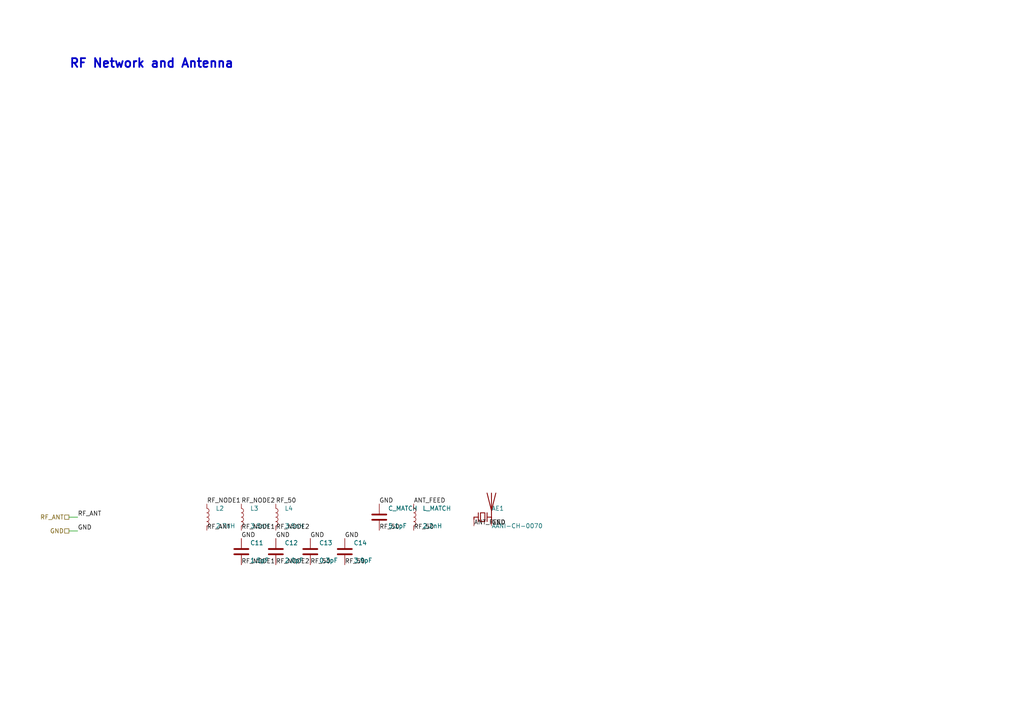
<source format=kicad_sch>
(kicad_sch (version 20250114) (generator "eeschema") (generator_version "9.0")
  (paper "A4")
  (lib_symbols
    (symbol "Connector_Generic:Conn_01x01" (pin_names (offset 1.016) (hide yes))
      (property "Reference" "J" (at 0 2.54 0))
      (property "Value" "Conn_01x01" (at 0 -2.54 0))
      (symbol "Conn_01x01_1_1"
        (rectangle (start -1.27 1.27) (end 1.27 -1.27) (stroke (width 0.254)) (fill (type background)))
        (rectangle (start -1.27 0.127) (end 0 -0.127) (stroke (width 0.1524)))
        (pin passive line (at -5.08 0 0) (length 3.81) (name "Pin_1") (number "1"))
      )
    )
    (symbol "Connector_Generic:Conn_01x03" (pin_names (offset 1.016) (hide yes))
      (property "Reference" "J" (at 0 5.08 0))
      (property "Value" "Conn_01x03" (at 0 -5.08 0))
      (symbol "Conn_01x03_1_1"
        (rectangle (start -1.27 3.81) (end 1.27 -3.81) (stroke (width 0.254)) (fill (type background)))
        (rectangle (start -1.27 2.667) (end 0 2.413) (stroke (width 0.1524)))
        (rectangle (start -1.27 0.127) (end 0 -0.127) (stroke (width 0.1524)))
        (rectangle (start -1.27 -2.413) (end 0 -2.667) (stroke (width 0.1524)))
        (pin passive line (at -5.08 2.54 0) (length 3.81) (name "Pin_1") (number "1"))
        (pin passive line (at -5.08 0 0) (length 3.81) (name "Pin_2") (number "2"))
        (pin passive line (at -5.08 -2.54 0) (length 3.81) (name "Pin_3") (number "3"))
      )
    )
    (symbol "Connector_Generic:Conn_01x05" (pin_names (offset 1.016) (hide yes))
      (property "Reference" "J" (at 0 7.62 0))
      (property "Value" "Conn_01x05" (at 0 -7.62 0))
      (symbol "Conn_01x05_1_1"
        (rectangle (start -1.27 6.35) (end 1.27 -6.35) (stroke (width 0.254)) (fill (type background)))
        (rectangle (start -1.27 5.207) (end 0 4.953) (stroke (width 0.1524)))
        (rectangle (start -1.27 2.667) (end 0 2.413) (stroke (width 0.1524)))
        (rectangle (start -1.27 0.127) (end 0 -0.127) (stroke (width 0.1524)))
        (rectangle (start -1.27 -2.413) (end 0 -2.667) (stroke (width 0.1524)))
        (rectangle (start -1.27 -4.953) (end 0 -5.207) (stroke (width 0.1524)))
        (pin passive line (at -5.08 5.08 0) (length 3.81) (name "Pin_1") (number "1"))
        (pin passive line (at -5.08 2.54 0) (length 3.81) (name "Pin_2") (number "2"))
        (pin passive line (at -5.08 0 0) (length 3.81) (name "Pin_3") (number "3"))
        (pin passive line (at -5.08 -2.54 0) (length 3.81) (name "Pin_4") (number "4"))
        (pin passive line (at -5.08 -5.08 0) (length 3.81) (name "Pin_5") (number "5"))
      )
    )
    (symbol "Device:Antenna_Chip" (pin_numbers (hide yes)) (pin_names (offset 1.016) (hide yes))
      (property "Reference" "AE" (at 0 5.08 0))
      (property "Value" "Antenna_Chip" (at 0 3.175 0))
      (symbol "Antenna_Chip_0_1"
        (polyline (pts (xy -2.54 0) (xy -2.54 -0.635)) (stroke (width 0.254)))
        (polyline (pts (xy -2.54 0) (xy -1.27 0)) (stroke (width 0.254)))
        (polyline (pts (xy -1.27 1.27) (xy -1.27 -1.27) (xy -1.27 0)) (stroke (width 0.254)))
        (polyline (pts (xy -0.635 1.27) (xy 0.635 1.27) (xy 0.635 -1.27) (xy -0.635 -1.27) (xy -0.635 1.27)) (stroke (width 0.254)))
        (polyline (pts (xy 1.27 1.27) (xy 1.27 -1.27)) (stroke (width 0.254)))
        (polyline (pts (xy 1.27 0) (xy 2.54 0)) (stroke (width 0.254)))
        (polyline (pts (xy 2.54 6.985) (xy 2.54 -1.905)) (stroke (width 0.254)))
        (polyline (pts (xy 2.54 -0.635) (xy 2.54 0)))
        (polyline (pts (xy 3.81 6.985) (xy 2.54 1.905) (xy 1.27 6.985)) (stroke (width 0.254)))
      )
      (symbol "Antenna_Chip_1_1"
        (pin input line (at -2.54 -2.54 90) (length 2.54) (name "FEED") (number "1"))
        (pin passive line (at 2.54 -2.54 90) (length 2.54) (name "PCB_Trace") (number "2"))
      )
    )
    (symbol "Device:C" (pin_numbers (hide yes)) (pin_names (offset 0.254))
      (property "Reference" "C" (at 0.635 2.54 0))
      (property "Value" "C" (at 0.635 -2.54 0))
      (symbol "C_0_1"
        (polyline (pts (xy -2.032 0.762) (xy 2.032 0.762)) (stroke (width 0.508)))
        (polyline (pts (xy -2.032 -0.762) (xy 2.032 -0.762)) (stroke (width 0.508)))
      )
      (symbol "C_1_1"
        (pin passive line (at 0 3.81 270) (length 2.794) (name "~") (number "1"))
        (pin passive line (at 0 -3.81 90) (length 2.794) (name "~") (number "2"))
      )
    )
    (symbol "Device:Crystal" (pin_numbers (hide yes)) (pin_names (offset 1.016) (hide yes))
      (property "Reference" "Y" (at 0 3.81 0))
      (property "Value" "Crystal" (at 0 -3.81 0))
      (symbol "Crystal_0_1"
        (polyline (pts (xy -2.54 0) (xy -1.905 0)))
        (polyline (pts (xy -1.905 -1.27) (xy -1.905 1.27)) (stroke (width 0.508)))
        (rectangle (start -1.143 2.54) (end 1.143 -2.54) (stroke (width 0.3048)))
        (polyline (pts (xy 1.905 -1.27) (xy 1.905 1.27)) (stroke (width 0.508)))
        (polyline (pts (xy 2.54 0) (xy 1.905 0)))
      )
      (symbol "Crystal_1_1"
        (pin passive line (at -3.81 0 0) (length 1.27) (name "1") (number "1"))
        (pin passive line (at 3.81 0 180) (length 1.27) (name "2") (number "2"))
      )
    )
    (symbol "Device:D" (pin_numbers (hide yes)) (pin_names (offset 1.016) (hide yes))
      (property "Reference" "D" (at 0 2.54 0))
      (property "Value" "D" (at 0 -2.54 0))
      (symbol "D_0_1"
        (polyline (pts (xy -1.27 1.27) (xy -1.27 -1.27)) (stroke (width 0.254)))
        (polyline (pts (xy 1.27 1.27) (xy 1.27 -1.27) (xy -1.27 0) (xy 1.27 1.27)) (stroke (width 0.254)))
        (polyline (pts (xy 1.27 0) (xy -1.27 0)))
      )
      (symbol "D_1_1"
        (pin passive line (at -3.81 0 0) (length 2.54) (name "K") (number "1"))
        (pin passive line (at 3.81 0 180) (length 2.54) (name "A") (number "2"))
      )
    )
    (symbol "Device:FerriteBead" (pin_numbers (hide yes)) (pin_names (offset 0))
      (property "Reference" "FB" (at -3.81 0.635 90))
      (property "Value" "FerriteBead" (at 3.81 0 90))
      (symbol "FerriteBead_0_1"
        (polyline (pts (xy -2.7686 0.4064) (xy -1.7018 2.2606) (xy 2.7686 -0.3048) (xy 1.6764 -2.159) (xy -2.7686 0.4064)))
        (polyline (pts (xy 0 1.27) (xy 0 1.2954)))
        (polyline (pts (xy 0 -1.27) (xy 0 -1.2192)))
      )
      (symbol "FerriteBead_1_1"
        (pin passive line (at 0 3.81 270) (length 2.54) (name "~") (number "1"))
        (pin passive line (at 0 -3.81 90) (length 2.54) (name "~") (number "2"))
      )
    )
    (symbol "Device:L" (pin_numbers (hide yes)) (pin_names (offset 1.016) (hide yes))
      (property "Reference" "L" (at -1.27 0 90))
      (property "Value" "L" (at 1.905 0 90))
      (symbol "L_0_1"
        (arc (start 0 2.54) (mid 0.6323 1.905) (end 0 1.27))
        (arc (start 0 1.27) (mid 0.6323 0.635) (end 0 0))
        (arc (start 0 0) (mid 0.6323 -0.635) (end 0 -1.27))
        (arc (start 0 -1.27) (mid 0.6323 -1.905) (end 0 -2.54))
      )
      (symbol "L_1_1"
        (pin passive line (at 0 3.81 270) (length 1.27) (name "1") (number "1"))
        (pin passive line (at 0 -3.81 90) (length 1.27) (name "2") (number "2"))
      )
    )
    (symbol "Device:R" (pin_numbers (hide yes)) (pin_names (offset 0))
      (property "Reference" "R" (at 2.032 0 90))
      (property "Value" "R" (at 0 0 90))
      (symbol "R_0_1"
        (rectangle (start -1.016 -2.54) (end 1.016 2.54) (stroke (width 0.254)))
      )
      (symbol "R_1_1"
        (pin passive line (at 0 3.81 270) (length 1.27) (name "~") (number "1"))
        (pin passive line (at 0 -3.81 90) (length 1.27) (name "~") (number "2"))
      )
    )
  )
  (text "RF Network and Antenna" (at 20 20 0) (effects (font (size 2.54 2.54) (thickness 0.508) (bold yes)) (justify left bottom)))
  (hierarchical_label "RF_ANT" (shape passive) (at 20 150 180))
  (hierarchical_label "GND" (shape passive) (at 20 154 180))
  (symbol (lib_id "Device:L") (at 60 150 0) (unit 1)
    (property "Reference" "L2" (at 62.54 147.46 0) (effects (justify left)))
    (property "Value" "2.7nH" (at 62.54 152.54 0) (effects (justify left)))
  )
  (symbol (lib_id "Device:L") (at 70 150 0) (unit 1)
    (property "Reference" "L3" (at 72.54 147.46 0) (effects (justify left)))
    (property "Value" "3.5nH" (at 72.54 152.54 0) (effects (justify left)))
  )
  (symbol (lib_id "Device:L") (at 80 150 0) (unit 1)
    (property "Reference" "L4" (at 82.54 147.46 0) (effects (justify left)))
    (property "Value" "3.5nH" (at 82.54 152.54 0) (effects (justify left)))
  )
  (symbol (lib_id "Device:C") (at 70 160 0) (unit 1)
    (property "Reference" "C11" (at 72.54 157.46 0) (effects (justify left)))
    (property "Value" "1.5pF" (at 72.54 162.54 0) (effects (justify left)))
  )
  (symbol (lib_id "Device:C") (at 80 160 0) (unit 1)
    (property "Reference" "C12" (at 82.54 157.46 0) (effects (justify left)))
    (property "Value" "2.0pF" (at 82.54 162.54 0) (effects (justify left)))
  )
  (symbol (lib_id "Device:C") (at 90 160 0) (unit 1)
    (property "Reference" "C13" (at 92.54 157.46 0) (effects (justify left)))
    (property "Value" "0.3pF" (at 92.54 162.54 0) (effects (justify left)))
  )
  (symbol (lib_id "Device:C") (at 100 160 0) (unit 1)
    (property "Reference" "C14" (at 102.54 157.46 0) (effects (justify left)))
    (property "Value" "3.9pF" (at 102.54 162.54 0) (effects (justify left)))
  )
  (symbol (lib_id "Device:C") (at 110 150 0) (unit 1)
    (property "Reference" "C_MATCH" (at 112.54 147.46 0) (effects (justify left)))
    (property "Value" "5.1pF" (at 112.54 152.54 0) (effects (justify left)))
  )
  (symbol (lib_id "Device:L") (at 120 150 0) (unit 1)
    (property "Reference" "L_MATCH" (at 122.54 147.46 0) (effects (justify left)))
    (property "Value" "2.2nH" (at 122.54 152.54 0) (effects (justify left)))
  )
  (symbol (lib_id "Device:Antenna_Chip") (at 140 150 0) (unit 1)
    (property "Reference" "AE1" (at 142.54 147.46 0) (effects (justify left)))
    (property "Value" "AANI-CH-0070" (at 142.54 152.54 0) (effects (justify left)))
  )
  (label "RF_ANT" (at 60 153.81 0))
  (label "RF_NODE1" (at 60 146.19 0))
  (label "RF_NODE1" (at 70 153.81 0))
  (label "RF_NODE2" (at 70 146.19 0))
  (label "RF_NODE2" (at 80 153.81 0))
  (label "RF_50" (at 80 146.19 0))
  (label "RF_NODE1" (at 70 163.81 0))
  (label "GND" (at 70 156.19 0))
  (label "RF_NODE2" (at 80 163.81 0))
  (label "GND" (at 80 156.19 0))
  (label "RF_50" (at 90 163.81 0))
  (label "GND" (at 90 156.19 0))
  (label "RF_50" (at 100 163.81 0))
  (label "GND" (at 100 156.19 0))
  (label "RF_50" (at 110 153.81 0))
  (label "GND" (at 110 146.19 0))
  (label "RF_50" (at 120 153.81 0))
  (label "ANT_FEED" (at 120 146.19 0))
  (label "ANT_FEED" (at 137.46 152.54 0))
  (label "GND" (at 142.54 152.54 0))
  (wire (pts (xy 20 150) (xy 22.54 150)))
  (label "RF_ANT" (at 22.54 150 0))
  (wire (pts (xy 20 154) (xy 22.54 154)))
  (label "GND" (at 22.54 154 0))
)
</source>
